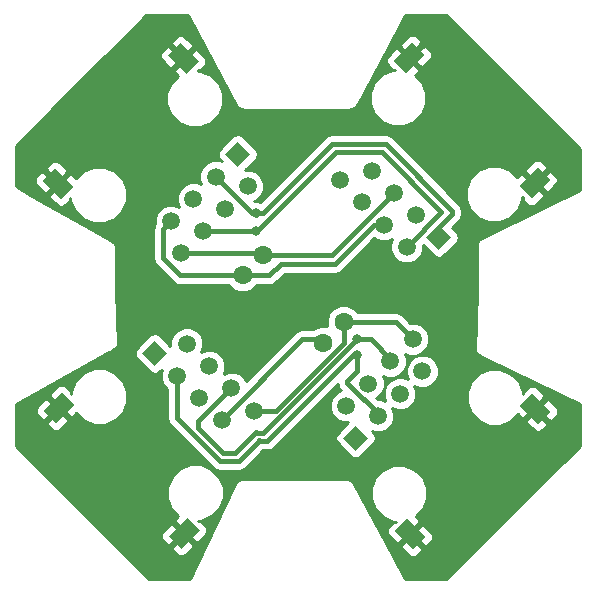
<source format=gbl>
G04 #@! TF.FileFunction,Copper,L2,Bot,Signal*
%FSLAX46Y46*%
G04 Gerber Fmt 4.6, Leading zero omitted, Abs format (unit mm)*
G04 Created by KiCad (PCBNEW 4.0.6) date 07/08/18 16:23:34*
%MOMM*%
%LPD*%
G01*
G04 APERTURE LIST*
%ADD10C,0.100000*%
%ADD11C,1.500000*%
%ADD12C,1.600000*%
%ADD13C,0.812800*%
%ADD14C,0.406400*%
%ADD15C,0.254000*%
G04 APERTURE END LIST*
D10*
G36*
X42295210Y-33715198D02*
X43355870Y-34775858D01*
X42295210Y-35836518D01*
X41234550Y-34775858D01*
X42295210Y-33715198D01*
X42295210Y-33715198D01*
G37*
D11*
X37458600Y-43148002D03*
X36638356Y-40432712D03*
X43115454Y-37491148D03*
X39339504Y-41267098D03*
X41227479Y-39379123D03*
X38533402Y-38537666D03*
X40407235Y-36663833D03*
D10*
G36*
X37437386Y-25350124D02*
X38993021Y-26905759D01*
X37932360Y-27966420D01*
X36376725Y-26410785D01*
X37437386Y-25350124D01*
X37437386Y-25350124D01*
G37*
G36*
X26830785Y-35956725D02*
X28386420Y-37512360D01*
X27325759Y-38573021D01*
X25770124Y-37017386D01*
X26830785Y-35956725D01*
X26830785Y-35956725D01*
G37*
G36*
X34195198Y-51634790D02*
X35255858Y-50574130D01*
X36316518Y-51634790D01*
X35255858Y-52695450D01*
X34195198Y-51634790D01*
X34195198Y-51634790D01*
G37*
D11*
X43628002Y-56471400D03*
X40912712Y-57291644D03*
X37971148Y-50814546D03*
X41747098Y-54590496D03*
X39859123Y-52702521D03*
X39017666Y-55396598D03*
X37143833Y-53522765D03*
D10*
G36*
X25830124Y-56492614D02*
X27385759Y-54936979D01*
X28446420Y-55997640D01*
X26890785Y-57553275D01*
X25830124Y-56492614D01*
X25830124Y-56492614D01*
G37*
G36*
X36436725Y-67099215D02*
X37992360Y-65543580D01*
X39053021Y-66604241D01*
X37497386Y-68159876D01*
X36436725Y-67099215D01*
X36436725Y-67099215D01*
G37*
G36*
X60364802Y-41815210D02*
X59304142Y-42875870D01*
X58243482Y-41815210D01*
X59304142Y-40754550D01*
X60364802Y-41815210D01*
X60364802Y-41815210D01*
G37*
D11*
X50931998Y-36978600D03*
X53647288Y-36158356D03*
X56588852Y-42635454D03*
X52812902Y-38859504D03*
X54700877Y-40747479D03*
X55542334Y-38053402D03*
X57416167Y-39927235D03*
D10*
G36*
X68729876Y-36957386D02*
X67174241Y-38513021D01*
X66113580Y-37452360D01*
X67669215Y-35896725D01*
X68729876Y-36957386D01*
X68729876Y-36957386D01*
G37*
G36*
X58123275Y-26350785D02*
X56567640Y-27906420D01*
X55506979Y-26845759D01*
X57062614Y-25290124D01*
X58123275Y-26350785D01*
X58123275Y-26350785D01*
G37*
D12*
X42690000Y-45040000D03*
X44457767Y-43272233D03*
X49500000Y-50750000D03*
X51267767Y-48982233D03*
D10*
G36*
X52264790Y-59864802D02*
X51204130Y-58804142D01*
X52264790Y-57743482D01*
X53325450Y-58804142D01*
X52264790Y-59864802D01*
X52264790Y-59864802D01*
G37*
D11*
X57101400Y-50431998D03*
X57921644Y-53147288D03*
X51444546Y-56088852D03*
X55220496Y-52312902D03*
X53332521Y-54200877D03*
X56026598Y-55042334D03*
X54152765Y-56916167D03*
D10*
G36*
X57122614Y-68229876D02*
X55566979Y-66674241D01*
X56627640Y-65613580D01*
X58183275Y-67169215D01*
X57122614Y-68229876D01*
X57122614Y-68229876D01*
G37*
G36*
X67729215Y-57623275D02*
X66173580Y-56067640D01*
X67234241Y-55006979D01*
X68789876Y-56562614D01*
X67729215Y-57623275D01*
X67729215Y-57623275D01*
G37*
D13*
X43870000Y-39790000D03*
X43870000Y-41240000D03*
X52410000Y-51780000D03*
X52410000Y-50450000D03*
D14*
X43870000Y-39790000D02*
X43870000Y-39760000D01*
X43870000Y-39760000D02*
X43870000Y-39880000D01*
X43870000Y-39880000D02*
X43870000Y-39760000D01*
X54810000Y-33920000D02*
X50270000Y-33920000D01*
X60440000Y-39550000D02*
X54810000Y-33920000D01*
X60440000Y-39840000D02*
X60440000Y-39550000D01*
X59304142Y-40975858D02*
X60440000Y-39840000D01*
X43503402Y-39760000D02*
X40407235Y-36663833D01*
X44430000Y-39760000D02*
X43870000Y-39760000D01*
X43870000Y-39760000D02*
X43503402Y-39760000D01*
X50270000Y-33920000D02*
X44430000Y-39760000D01*
X59304142Y-41815210D02*
X59304142Y-40975858D01*
X43870000Y-41240000D02*
X43870000Y-41267098D01*
X43870000Y-41267098D02*
X43922902Y-41267098D01*
X54480000Y-34620000D02*
X50570000Y-34620000D01*
X50570000Y-34620000D02*
X43922902Y-41267098D01*
X56588852Y-42611148D02*
X59520000Y-39680000D01*
X59520000Y-39660000D02*
X54480000Y-34620000D01*
X59520000Y-39680000D02*
X59520000Y-39660000D01*
X43922902Y-41267098D02*
X39339504Y-41267098D01*
X41692902Y-41267098D02*
X39339504Y-41267098D01*
X41630000Y-41270000D02*
X41632902Y-41267098D01*
X41632902Y-41267098D02*
X41692902Y-41267098D01*
X56588852Y-42635454D02*
X56588852Y-42611148D01*
X52410000Y-51780000D02*
X52410000Y-53120000D01*
X51550000Y-54133402D02*
X54302765Y-56886167D01*
X51550000Y-53980000D02*
X51550000Y-54133402D01*
X52410000Y-53120000D02*
X51550000Y-53980000D01*
X44095000Y-59015000D02*
X44785000Y-59015000D01*
X52020000Y-51780000D02*
X52410000Y-51780000D01*
X44785000Y-59015000D02*
X52020000Y-51780000D01*
X52410000Y-51780000D02*
X52410000Y-51750000D01*
X37143833Y-53522765D02*
X37143833Y-57136167D01*
X42360000Y-60750000D02*
X44095000Y-59015000D01*
X44095000Y-59015000D02*
X44100000Y-59010000D01*
X40757666Y-60750000D02*
X42360000Y-60750000D01*
X37143833Y-57136167D02*
X40757666Y-60750000D01*
X42690000Y-45040000D02*
X37410000Y-45040000D01*
X35960000Y-41111068D02*
X36638356Y-40432712D01*
X35960000Y-43590000D02*
X35960000Y-41111068D01*
X37410000Y-45040000D02*
X35960000Y-43590000D01*
X54700877Y-40747479D02*
X53802521Y-40747479D01*
X53802521Y-40747479D02*
X50510000Y-44040000D01*
X50510000Y-44040000D02*
X45930000Y-44040000D01*
X45930000Y-44040000D02*
X44930000Y-45040000D01*
X44930000Y-45040000D02*
X42690000Y-45040000D01*
X37458600Y-43148002D02*
X44333536Y-43148002D01*
X44333536Y-43148002D02*
X44457767Y-43272233D01*
X55542334Y-38053402D02*
X55496598Y-38053402D01*
X55496598Y-38053402D02*
X50277767Y-43272233D01*
X50277767Y-43272233D02*
X44457767Y-43272233D01*
X52410000Y-50450000D02*
X53537594Y-50450000D01*
X53537594Y-50450000D02*
X55370496Y-52282902D01*
X43785000Y-58395000D02*
X44465000Y-58395000D01*
X44465000Y-58395000D02*
X52410000Y-50450000D01*
X41747098Y-54592902D02*
X38960000Y-57380000D01*
X42080000Y-60100000D02*
X43785000Y-58395000D01*
X43785000Y-58395000D02*
X43850000Y-58330000D01*
X41070000Y-60100000D02*
X42080000Y-60100000D01*
X38960000Y-57990000D02*
X41070000Y-60100000D01*
X38960000Y-57380000D02*
X38960000Y-57990000D01*
X41747098Y-54590496D02*
X41747098Y-54592902D01*
X48250000Y-50440000D02*
X49190000Y-50440000D01*
X49190000Y-50440000D02*
X49500000Y-50750000D01*
X48390000Y-50440000D02*
X48250000Y-50440000D01*
X48250000Y-50440000D02*
X47764356Y-50440000D01*
X47764356Y-50440000D02*
X40912712Y-57291644D01*
X40912712Y-57291644D02*
X40912712Y-57217288D01*
X40912712Y-57291644D02*
X40912712Y-57277288D01*
X40912712Y-57291644D02*
X40912712Y-57287288D01*
X51267767Y-48982233D02*
X55651635Y-48982233D01*
X55651635Y-48982233D02*
X57101400Y-50431998D01*
X43628002Y-56471400D02*
X45526492Y-56471400D01*
X51267767Y-50730125D02*
X51267767Y-48982233D01*
X45526492Y-56471400D02*
X51267767Y-50730125D01*
X43628002Y-56471400D02*
X43838600Y-56471400D01*
D15*
G36*
X42099497Y-30595579D02*
X42168512Y-30680111D01*
X42229145Y-30770855D01*
X42258746Y-30790634D01*
X42281261Y-30818211D01*
X42377375Y-30869899D01*
X42468115Y-30930530D01*
X42503032Y-30937475D01*
X42534386Y-30954337D01*
X42642965Y-30965309D01*
X42750000Y-30986600D01*
X51750000Y-30986600D01*
X51857032Y-30965310D01*
X51965613Y-30954337D01*
X51996967Y-30937476D01*
X52031885Y-30930530D01*
X52122626Y-30869898D01*
X52218739Y-30818211D01*
X52241254Y-30790634D01*
X52270855Y-30770855D01*
X52331486Y-30680114D01*
X52400503Y-30595580D01*
X52451245Y-30500065D01*
X53475119Y-30500065D01*
X53837448Y-31376969D01*
X54507774Y-32048466D01*
X55384045Y-32412325D01*
X56332857Y-32413153D01*
X57209761Y-32050824D01*
X57881258Y-31380498D01*
X58245117Y-30504227D01*
X58245945Y-29555415D01*
X57883616Y-28678511D01*
X57289114Y-28082970D01*
X57592414Y-27779671D01*
X57592414Y-27555164D01*
X56815127Y-26777877D01*
X56800985Y-26792020D01*
X56621380Y-26612415D01*
X56635522Y-26598272D01*
X56994732Y-26598272D01*
X57772019Y-27375559D01*
X57996526Y-27375559D01*
X58482973Y-26889111D01*
X58661602Y-26710483D01*
X58758275Y-26477094D01*
X58758274Y-26224475D01*
X58661601Y-25991086D01*
X58244013Y-25573497D01*
X58019507Y-25573497D01*
X56994732Y-26598272D01*
X56635522Y-26598272D01*
X55858235Y-25820985D01*
X55633728Y-25820985D01*
X55147281Y-26307433D01*
X54968652Y-26486061D01*
X54871979Y-26719450D01*
X54871980Y-26972069D01*
X54968653Y-27205458D01*
X55386241Y-27623047D01*
X55610744Y-27623047D01*
X55591287Y-27642504D01*
X55388207Y-27642327D01*
X54511303Y-28004656D01*
X53839806Y-28674982D01*
X53475947Y-29551253D01*
X53475119Y-30500065D01*
X52451245Y-30500065D01*
X55151691Y-25416873D01*
X56037840Y-25416873D01*
X56037840Y-25641380D01*
X56815127Y-26418667D01*
X57839902Y-25393892D01*
X57839902Y-25169386D01*
X57422313Y-24751798D01*
X57188924Y-24655125D01*
X56936305Y-24655124D01*
X56702916Y-24751797D01*
X56524288Y-24930426D01*
X56037840Y-25416873D01*
X55151691Y-25416873D01*
X56442774Y-22986600D01*
X59944890Y-22986600D01*
X71263400Y-34305110D01*
X71263400Y-37788885D01*
X62928177Y-41837422D01*
X62830769Y-41911242D01*
X62729145Y-41979145D01*
X62716811Y-41997604D01*
X62699116Y-42011014D01*
X62637371Y-42116494D01*
X62569470Y-42218115D01*
X62565139Y-42239890D01*
X62553923Y-42259050D01*
X62537243Y-42380132D01*
X62513400Y-42500000D01*
X62513400Y-46303471D01*
X62373046Y-51496569D01*
X62381714Y-51546231D01*
X62409019Y-51588609D01*
X62444513Y-51614238D01*
X62698230Y-51737472D01*
X62699116Y-51738986D01*
X62716811Y-51752396D01*
X62729145Y-51770855D01*
X62830769Y-51838758D01*
X62928177Y-51912578D01*
X71263400Y-55961115D01*
X71263400Y-59444890D01*
X59944890Y-70763400D01*
X56443493Y-70763400D01*
X54916257Y-67878620D01*
X56097840Y-67878620D01*
X56097840Y-68103127D01*
X56584288Y-68589574D01*
X56762916Y-68768203D01*
X56996305Y-68864876D01*
X57248924Y-68864875D01*
X57482313Y-68768202D01*
X57899902Y-68350614D01*
X57899902Y-68126108D01*
X56875127Y-67101333D01*
X56097840Y-67878620D01*
X54916257Y-67878620D01*
X52844121Y-63964585D01*
X53535119Y-63964585D01*
X53897448Y-64841489D01*
X54567774Y-65512986D01*
X55444045Y-65876845D01*
X55650816Y-65877025D01*
X55670744Y-65896953D01*
X55446241Y-65896953D01*
X55028653Y-66314542D01*
X54931980Y-66547931D01*
X54931979Y-66800550D01*
X55028652Y-67033939D01*
X55207281Y-67212567D01*
X55693728Y-67699015D01*
X55918235Y-67699015D01*
X56695522Y-66921728D01*
X57054732Y-66921728D01*
X58079507Y-67946503D01*
X58304013Y-67946503D01*
X58721601Y-67528914D01*
X58818274Y-67295525D01*
X58818275Y-67042906D01*
X58721602Y-66809517D01*
X58542973Y-66630889D01*
X58056526Y-66144441D01*
X57832019Y-66144441D01*
X57054732Y-66921728D01*
X56695522Y-66921728D01*
X56681380Y-66907586D01*
X56860985Y-66727981D01*
X56875127Y-66742123D01*
X57652414Y-65964836D01*
X57652414Y-65740329D01*
X57348663Y-65436579D01*
X57941258Y-64845018D01*
X58305117Y-63968747D01*
X58305945Y-63019935D01*
X57943616Y-62143031D01*
X57273290Y-61471534D01*
X56397019Y-61107675D01*
X55448207Y-61106847D01*
X54571303Y-61469176D01*
X53899806Y-62139502D01*
X53535947Y-63015773D01*
X53535119Y-63964585D01*
X52844121Y-63964585D01*
X52150998Y-62655354D01*
X52081775Y-62570318D01*
X52020855Y-62479145D01*
X51991695Y-62459661D01*
X51969554Y-62432462D01*
X51873056Y-62380389D01*
X51781885Y-62319470D01*
X51747488Y-62312628D01*
X51716624Y-62295973D01*
X51607541Y-62284791D01*
X51500000Y-62263400D01*
X42750000Y-62263400D01*
X42625767Y-62288111D01*
X42500499Y-62306942D01*
X42485400Y-62316032D01*
X42468115Y-62319470D01*
X42362792Y-62389845D01*
X42254269Y-62455178D01*
X42243798Y-62469354D01*
X42229145Y-62479145D01*
X42158772Y-62584466D01*
X42083510Y-62686358D01*
X38282550Y-70763400D01*
X34805110Y-70763400D01*
X32097818Y-68056108D01*
X36720098Y-68056108D01*
X36720098Y-68280614D01*
X37137687Y-68698202D01*
X37371076Y-68794875D01*
X37623695Y-68794876D01*
X37857084Y-68698203D01*
X38035712Y-68519574D01*
X38522160Y-68033127D01*
X38522160Y-67808620D01*
X37744873Y-67031333D01*
X36720098Y-68056108D01*
X32097818Y-68056108D01*
X31014616Y-66972906D01*
X35801725Y-66972906D01*
X35801726Y-67225525D01*
X35898399Y-67458914D01*
X36315987Y-67876503D01*
X36540493Y-67876503D01*
X37565268Y-66851728D01*
X36787981Y-66074441D01*
X36563474Y-66074441D01*
X36077027Y-66560889D01*
X35898398Y-66739517D01*
X35801725Y-66972906D01*
X31014616Y-66972906D01*
X27936295Y-63894585D01*
X36314055Y-63894585D01*
X36676384Y-64771489D01*
X37270886Y-65367030D01*
X36967586Y-65670329D01*
X36967586Y-65894836D01*
X37744873Y-66672123D01*
X37759016Y-66657981D01*
X37938621Y-66837586D01*
X37924478Y-66851728D01*
X38701765Y-67629015D01*
X38926272Y-67629015D01*
X39412719Y-67142567D01*
X39591348Y-66963939D01*
X39688021Y-66730550D01*
X39688020Y-66477931D01*
X39591347Y-66244542D01*
X39173759Y-65826953D01*
X38949256Y-65826953D01*
X38968713Y-65807496D01*
X39171793Y-65807673D01*
X40048697Y-65445344D01*
X40720194Y-64775018D01*
X41084053Y-63898747D01*
X41084881Y-62949935D01*
X40722552Y-62073031D01*
X40052226Y-61401534D01*
X39175955Y-61037675D01*
X38227143Y-61036847D01*
X37350239Y-61399176D01*
X36678742Y-62069502D01*
X36314883Y-62945773D01*
X36314055Y-63894585D01*
X27936295Y-63894585D01*
X23486600Y-59444890D01*
X23486600Y-57449507D01*
X26113497Y-57449507D01*
X26113497Y-57674013D01*
X26531086Y-58091601D01*
X26764475Y-58188274D01*
X27017094Y-58188275D01*
X27250483Y-58091602D01*
X27429111Y-57912973D01*
X27915559Y-57426526D01*
X27915559Y-57202019D01*
X27138272Y-56424732D01*
X26113497Y-57449507D01*
X23486600Y-57449507D01*
X23486600Y-56366305D01*
X25195124Y-56366305D01*
X25195125Y-56618924D01*
X25291798Y-56852313D01*
X25709386Y-57269902D01*
X25933892Y-57269902D01*
X26958667Y-56245127D01*
X26181380Y-55467840D01*
X25956873Y-55467840D01*
X25470426Y-55954288D01*
X25291797Y-56132916D01*
X25195124Y-56366305D01*
X23486600Y-56366305D01*
X23486600Y-55932182D01*
X25040675Y-55063728D01*
X26360985Y-55063728D01*
X26360985Y-55288235D01*
X27138272Y-56065522D01*
X27152415Y-56051380D01*
X27332020Y-56230985D01*
X27317877Y-56245127D01*
X28095164Y-57022414D01*
X28319671Y-57022414D01*
X28623421Y-56718663D01*
X29214982Y-57311258D01*
X30091253Y-57675117D01*
X31040065Y-57675945D01*
X31916969Y-57313616D01*
X32588466Y-56643290D01*
X32952325Y-55767019D01*
X32953153Y-54818207D01*
X32590824Y-53941303D01*
X31920498Y-53269806D01*
X31044227Y-52905947D01*
X30095415Y-52905119D01*
X29218511Y-53267448D01*
X28547014Y-53937774D01*
X28183155Y-54814045D01*
X28182975Y-55020816D01*
X28163047Y-55040744D01*
X28163047Y-54816241D01*
X27745458Y-54398653D01*
X27512069Y-54301980D01*
X27259450Y-54301979D01*
X27026061Y-54398652D01*
X26847433Y-54577281D01*
X26360985Y-55063728D01*
X25040675Y-55063728D01*
X31192675Y-51625846D01*
X33547820Y-51625846D01*
X33595344Y-51878417D01*
X33737389Y-52092599D01*
X34798049Y-53153259D01*
X34995752Y-53288344D01*
X35246914Y-53342828D01*
X35499485Y-53295304D01*
X35713667Y-53153259D01*
X35857217Y-53009709D01*
X35759074Y-53246063D01*
X35758593Y-53797050D01*
X35969002Y-54306280D01*
X36305633Y-54643498D01*
X36305633Y-57136167D01*
X36369437Y-57456933D01*
X36551136Y-57728864D01*
X40164969Y-61342697D01*
X40436901Y-61524396D01*
X40757666Y-61588200D01*
X42360000Y-61588200D01*
X42680766Y-61524396D01*
X42952697Y-61342697D01*
X44442194Y-59853200D01*
X44785000Y-59853200D01*
X45105766Y-59789396D01*
X45377697Y-59607697D01*
X50735059Y-54250335D01*
X50775604Y-54454168D01*
X50957303Y-54726099D01*
X51003656Y-54772452D01*
X50661031Y-54914021D01*
X50271085Y-55303288D01*
X50059787Y-55812150D01*
X50059306Y-56363137D01*
X50269715Y-56872367D01*
X50658982Y-57262313D01*
X51167844Y-57473611D01*
X51618649Y-57474005D01*
X50746321Y-58346333D01*
X50611236Y-58544036D01*
X50556752Y-58795198D01*
X50604276Y-59047769D01*
X50746321Y-59261951D01*
X51806981Y-60322611D01*
X52004684Y-60457696D01*
X52255846Y-60512180D01*
X52508417Y-60464656D01*
X52722599Y-60322611D01*
X53783259Y-59261951D01*
X53918344Y-59064248D01*
X53972828Y-58813086D01*
X53925304Y-58560515D01*
X53783259Y-58346333D01*
X53639709Y-58202783D01*
X53876063Y-58300926D01*
X54427050Y-58301407D01*
X54936280Y-58090998D01*
X55326226Y-57701731D01*
X55537524Y-57192869D01*
X55538005Y-56641882D01*
X55386992Y-56276402D01*
X55749896Y-56427093D01*
X56300883Y-56427574D01*
X56810113Y-56217165D01*
X57195091Y-55832857D01*
X61666847Y-55832857D01*
X62029176Y-56709761D01*
X62699502Y-57381258D01*
X63575773Y-57745117D01*
X64524585Y-57745945D01*
X65401489Y-57383616D01*
X65513281Y-57272019D01*
X66704441Y-57272019D01*
X66704441Y-57496526D01*
X67190889Y-57982973D01*
X67369517Y-58161602D01*
X67602906Y-58258275D01*
X67855525Y-58258274D01*
X68088914Y-58161601D01*
X68506503Y-57744013D01*
X68506503Y-57519507D01*
X67481728Y-56494732D01*
X66704441Y-57272019D01*
X65513281Y-57272019D01*
X65997030Y-56789114D01*
X66300329Y-57092414D01*
X66524836Y-57092414D01*
X67302123Y-56315127D01*
X67661333Y-56315127D01*
X68686108Y-57339902D01*
X68910614Y-57339902D01*
X69328202Y-56922313D01*
X69424875Y-56688924D01*
X69424876Y-56436305D01*
X69328203Y-56202916D01*
X69149574Y-56024288D01*
X68663127Y-55537840D01*
X68438620Y-55537840D01*
X67661333Y-56315127D01*
X67302123Y-56315127D01*
X67287981Y-56300985D01*
X67467586Y-56121380D01*
X67481728Y-56135522D01*
X68259015Y-55358235D01*
X68259015Y-55133728D01*
X67772567Y-54647281D01*
X67593939Y-54468652D01*
X67360550Y-54371979D01*
X67107931Y-54371980D01*
X66874542Y-54468653D01*
X66456953Y-54886241D01*
X66456953Y-55110744D01*
X66437496Y-55091287D01*
X66437673Y-54888207D01*
X66075344Y-54011303D01*
X65405018Y-53339806D01*
X64528747Y-52975947D01*
X63579935Y-52975119D01*
X62703031Y-53337448D01*
X62031534Y-54007774D01*
X61667675Y-54884045D01*
X61666847Y-55832857D01*
X57195091Y-55832857D01*
X57200059Y-55827898D01*
X57411357Y-55319036D01*
X57411838Y-54768049D01*
X57245852Y-54366330D01*
X57644942Y-54532047D01*
X58195929Y-54532528D01*
X58705159Y-54322119D01*
X59095105Y-53932852D01*
X59306403Y-53423990D01*
X59306884Y-52873003D01*
X59096475Y-52363773D01*
X58707208Y-51973827D01*
X58198346Y-51762529D01*
X57647359Y-51762048D01*
X57138129Y-51972457D01*
X56748183Y-52361724D01*
X56536885Y-52870586D01*
X56536404Y-53421573D01*
X56702390Y-53823292D01*
X56303300Y-53657575D01*
X55752313Y-53657094D01*
X55243083Y-53867503D01*
X54853137Y-54256770D01*
X54641839Y-54765632D01*
X54641358Y-55316619D01*
X54792371Y-55682099D01*
X54429467Y-55531408D01*
X54133141Y-55531149D01*
X54018147Y-55416155D01*
X54116036Y-55375708D01*
X54505982Y-54986441D01*
X54717280Y-54477579D01*
X54717761Y-53926592D01*
X54556766Y-53536953D01*
X54943794Y-53697661D01*
X55494781Y-53698142D01*
X56004011Y-53487733D01*
X56393957Y-53098466D01*
X56605255Y-52589604D01*
X56605736Y-52038617D01*
X56449732Y-51661057D01*
X56824698Y-51816757D01*
X57375685Y-51817238D01*
X57884915Y-51606829D01*
X58274861Y-51217562D01*
X58486159Y-50708700D01*
X58486640Y-50157713D01*
X58276231Y-49648483D01*
X57886964Y-49258537D01*
X57378102Y-49047239D01*
X56901619Y-49046823D01*
X56244332Y-48389536D01*
X55972401Y-48207837D01*
X55651635Y-48144033D01*
X52458656Y-48144033D01*
X52081690Y-47766409D01*
X51554458Y-47547483D01*
X50983580Y-47546985D01*
X50455967Y-47764990D01*
X50051943Y-48168310D01*
X49833017Y-48695542D01*
X49832519Y-49266420D01*
X49866365Y-49348334D01*
X49786691Y-49315250D01*
X49215813Y-49314752D01*
X48688200Y-49532757D01*
X48619036Y-49601800D01*
X47764356Y-49601800D01*
X47443591Y-49665604D01*
X47171659Y-49847303D01*
X43006735Y-54012227D01*
X42921929Y-53806981D01*
X42532662Y-53417035D01*
X42023800Y-53205737D01*
X41472813Y-53205256D01*
X41083174Y-53366251D01*
X41243882Y-52979223D01*
X41244363Y-52428236D01*
X41033954Y-51919006D01*
X40644687Y-51529060D01*
X40135825Y-51317762D01*
X39584838Y-51317281D01*
X39195199Y-51478276D01*
X39355907Y-51091248D01*
X39356388Y-50540261D01*
X39145979Y-50031031D01*
X38756712Y-49641085D01*
X38247850Y-49429787D01*
X37696863Y-49429306D01*
X37187633Y-49639715D01*
X36797687Y-50028982D01*
X36586389Y-50537844D01*
X36585995Y-50988649D01*
X35713667Y-50116321D01*
X35515964Y-49981236D01*
X35264802Y-49926752D01*
X35012231Y-49974276D01*
X34798049Y-50116321D01*
X33737389Y-51176981D01*
X33602304Y-51374684D01*
X33547820Y-51625846D01*
X31192675Y-51625846D01*
X31609329Y-51393010D01*
X31686517Y-51327208D01*
X31770855Y-51270855D01*
X31772906Y-51267786D01*
X32060591Y-51111614D01*
X32099241Y-51079248D01*
X32122254Y-51034394D01*
X32126945Y-50996266D01*
X31986600Y-46224536D01*
X31986600Y-42750000D01*
X31966812Y-42650519D01*
X31958761Y-42549407D01*
X31939005Y-42510721D01*
X31930530Y-42468115D01*
X31874179Y-42383780D01*
X31828047Y-42293445D01*
X31794988Y-42265263D01*
X31770855Y-42229145D01*
X31686517Y-42172792D01*
X31609329Y-42106990D01*
X29827153Y-41111068D01*
X35121800Y-41111068D01*
X35121800Y-43590000D01*
X35185604Y-43910766D01*
X35367303Y-44182697D01*
X36817303Y-45632697D01*
X37089235Y-45814396D01*
X37410000Y-45878200D01*
X41499111Y-45878200D01*
X41876077Y-46255824D01*
X42403309Y-46474750D01*
X42974187Y-46475248D01*
X43501800Y-46257243D01*
X43881505Y-45878200D01*
X44930000Y-45878200D01*
X45250766Y-45814396D01*
X45522697Y-45632697D01*
X46277194Y-44878200D01*
X50510000Y-44878200D01*
X50830766Y-44814396D01*
X51102697Y-44632697D01*
X53864927Y-41870467D01*
X53915313Y-41920940D01*
X54424175Y-42132238D01*
X54975162Y-42132719D01*
X55364801Y-41971724D01*
X55204093Y-42358752D01*
X55203612Y-42909739D01*
X55414021Y-43418969D01*
X55803288Y-43808915D01*
X56312150Y-44020213D01*
X56863137Y-44020694D01*
X57372367Y-43810285D01*
X57762313Y-43421018D01*
X57973611Y-42912156D01*
X57974005Y-42461351D01*
X58846333Y-43333679D01*
X59044036Y-43468764D01*
X59295198Y-43523248D01*
X59547769Y-43475724D01*
X59761951Y-43333679D01*
X60822611Y-42273019D01*
X60957696Y-42075316D01*
X61012180Y-41824154D01*
X60964656Y-41571583D01*
X60822611Y-41357401D01*
X60465302Y-41000092D01*
X61032697Y-40432697D01*
X61214396Y-40160765D01*
X61278200Y-39840000D01*
X61278200Y-39550000D01*
X61214396Y-39229235D01*
X61214396Y-39229234D01*
X61032697Y-38957303D01*
X60707187Y-38631793D01*
X61606847Y-38631793D01*
X61969176Y-39508697D01*
X62639502Y-40180194D01*
X63515773Y-40544053D01*
X64464585Y-40544881D01*
X65341489Y-40182552D01*
X66012986Y-39512226D01*
X66376845Y-38635955D01*
X66377025Y-38429184D01*
X66396953Y-38409256D01*
X66396953Y-38633759D01*
X66814542Y-39051347D01*
X67047931Y-39148020D01*
X67300550Y-39148021D01*
X67533939Y-39051348D01*
X67712567Y-38872719D01*
X68199015Y-38386272D01*
X68199015Y-38161765D01*
X67421728Y-37384478D01*
X67407586Y-37398621D01*
X67227981Y-37219016D01*
X67242123Y-37204873D01*
X67601333Y-37204873D01*
X68378620Y-37982160D01*
X68603127Y-37982160D01*
X69089574Y-37495712D01*
X69268203Y-37317084D01*
X69364876Y-37083695D01*
X69364875Y-36831076D01*
X69268202Y-36597687D01*
X68850614Y-36180098D01*
X68626108Y-36180098D01*
X67601333Y-37204873D01*
X67242123Y-37204873D01*
X66464836Y-36427586D01*
X66240329Y-36427586D01*
X65936579Y-36731337D01*
X65345018Y-36138742D01*
X65067422Y-36023474D01*
X66644441Y-36023474D01*
X66644441Y-36247981D01*
X67421728Y-37025268D01*
X68446503Y-36000493D01*
X68446503Y-35775987D01*
X68028914Y-35358399D01*
X67795525Y-35261726D01*
X67542906Y-35261725D01*
X67309517Y-35358398D01*
X67130889Y-35537027D01*
X66644441Y-36023474D01*
X65067422Y-36023474D01*
X64468747Y-35774883D01*
X63519935Y-35774055D01*
X62643031Y-36136384D01*
X61971534Y-36806710D01*
X61607675Y-37682981D01*
X61606847Y-38631793D01*
X60707187Y-38631793D01*
X55402697Y-33327303D01*
X55130766Y-33145604D01*
X54810000Y-33081800D01*
X50270000Y-33081800D01*
X49949234Y-33145604D01*
X49677303Y-33327303D01*
X44203667Y-38800939D01*
X44078056Y-38748781D01*
X43699371Y-38748451D01*
X43898969Y-38665979D01*
X44288915Y-38276712D01*
X44500213Y-37767850D01*
X44500694Y-37216863D01*
X44290285Y-36707633D01*
X43901018Y-36317687D01*
X43392156Y-36106389D01*
X42941351Y-36105995D01*
X43813679Y-35233667D01*
X43948764Y-35035964D01*
X44003248Y-34784802D01*
X43955724Y-34532231D01*
X43813679Y-34318049D01*
X42753019Y-33257389D01*
X42555316Y-33122304D01*
X42304154Y-33067820D01*
X42051583Y-33115344D01*
X41837401Y-33257389D01*
X40776741Y-34318049D01*
X40641656Y-34515752D01*
X40587172Y-34766914D01*
X40634696Y-35019485D01*
X40776741Y-35233667D01*
X40920291Y-35377217D01*
X40683937Y-35279074D01*
X40132950Y-35278593D01*
X39623720Y-35489002D01*
X39233774Y-35878269D01*
X39022476Y-36387131D01*
X39021995Y-36938118D01*
X39173008Y-37303598D01*
X38810104Y-37152907D01*
X38259117Y-37152426D01*
X37749887Y-37362835D01*
X37359941Y-37752102D01*
X37148643Y-38260964D01*
X37148162Y-38811951D01*
X37314148Y-39213670D01*
X36915058Y-39047953D01*
X36364071Y-39047472D01*
X35854841Y-39257881D01*
X35464895Y-39647148D01*
X35253597Y-40156010D01*
X35253132Y-40689240D01*
X35185604Y-40790302D01*
X35159958Y-40919235D01*
X35121800Y-41111068D01*
X29827153Y-41111068D01*
X26070100Y-39011539D01*
X24727485Y-38221765D01*
X26300985Y-38221765D01*
X26300985Y-38446272D01*
X26787433Y-38932719D01*
X26966061Y-39111348D01*
X27199450Y-39208021D01*
X27452069Y-39208020D01*
X27685458Y-39111347D01*
X28103047Y-38693759D01*
X28103047Y-38469256D01*
X28122504Y-38488713D01*
X28122327Y-38691793D01*
X28484656Y-39568697D01*
X29154982Y-40240194D01*
X30031253Y-40604053D01*
X30980065Y-40604881D01*
X31856969Y-40242552D01*
X32528466Y-39572226D01*
X32892325Y-38695955D01*
X32893153Y-37747143D01*
X32530824Y-36870239D01*
X31860498Y-36198742D01*
X30984227Y-35834883D01*
X30035415Y-35834055D01*
X29158511Y-36196384D01*
X28562970Y-36790886D01*
X28259671Y-36487586D01*
X28035164Y-36487586D01*
X27257877Y-37264873D01*
X27272020Y-37279016D01*
X27092415Y-37458621D01*
X27078272Y-37444478D01*
X26300985Y-38221765D01*
X24727485Y-38221765D01*
X23486600Y-37491833D01*
X23486600Y-37143695D01*
X25135124Y-37143695D01*
X25231797Y-37377084D01*
X25410426Y-37555712D01*
X25896873Y-38042160D01*
X26121380Y-38042160D01*
X26898667Y-37264873D01*
X25873892Y-36240098D01*
X25649386Y-36240098D01*
X25231798Y-36657687D01*
X25135125Y-36891076D01*
X25135124Y-37143695D01*
X23486600Y-37143695D01*
X23486600Y-35835987D01*
X26053497Y-35835987D01*
X26053497Y-36060493D01*
X27078272Y-37085268D01*
X27855559Y-36307981D01*
X27855559Y-36083474D01*
X27369111Y-35597027D01*
X27190483Y-35418398D01*
X26957094Y-35321725D01*
X26704475Y-35321726D01*
X26471086Y-35418399D01*
X26053497Y-35835987D01*
X23486600Y-35835987D01*
X23486600Y-34055110D01*
X26981645Y-30560065D01*
X36254055Y-30560065D01*
X36616384Y-31436969D01*
X37286710Y-32108466D01*
X38162981Y-32472325D01*
X39111793Y-32473153D01*
X39988697Y-32110824D01*
X40660194Y-31440498D01*
X41024053Y-30564227D01*
X41024881Y-29615415D01*
X40662552Y-28738511D01*
X39992226Y-28067014D01*
X39115955Y-27703155D01*
X38909184Y-27702975D01*
X38889256Y-27683047D01*
X39113759Y-27683047D01*
X39531347Y-27265458D01*
X39628020Y-27032069D01*
X39628021Y-26779450D01*
X39531348Y-26546061D01*
X39352719Y-26367433D01*
X38866272Y-25880985D01*
X38641765Y-25880985D01*
X37864478Y-26658272D01*
X37878621Y-26672415D01*
X37699016Y-26852020D01*
X37684873Y-26837877D01*
X36907586Y-27615164D01*
X36907586Y-27839671D01*
X37211337Y-28143421D01*
X36618742Y-28734982D01*
X36254883Y-29611253D01*
X36254055Y-30560065D01*
X26981645Y-30560065D01*
X31004616Y-26537094D01*
X35741725Y-26537094D01*
X35838398Y-26770483D01*
X36017027Y-26949111D01*
X36503474Y-27435559D01*
X36727981Y-27435559D01*
X37505268Y-26658272D01*
X36480493Y-25633497D01*
X36255987Y-25633497D01*
X35838399Y-26051086D01*
X35741726Y-26284475D01*
X35741725Y-26537094D01*
X31004616Y-26537094D01*
X32312324Y-25229386D01*
X36660098Y-25229386D01*
X36660098Y-25453892D01*
X37684873Y-26478667D01*
X38462160Y-25701380D01*
X38462160Y-25476873D01*
X37975712Y-24990426D01*
X37797084Y-24811797D01*
X37563695Y-24715124D01*
X37311076Y-24715125D01*
X37077687Y-24811798D01*
X36660098Y-25229386D01*
X32312324Y-25229386D01*
X34555110Y-22986600D01*
X38057226Y-22986600D01*
X42099497Y-30595579D01*
X42099497Y-30595579D01*
G37*
X42099497Y-30595579D02*
X42168512Y-30680111D01*
X42229145Y-30770855D01*
X42258746Y-30790634D01*
X42281261Y-30818211D01*
X42377375Y-30869899D01*
X42468115Y-30930530D01*
X42503032Y-30937475D01*
X42534386Y-30954337D01*
X42642965Y-30965309D01*
X42750000Y-30986600D01*
X51750000Y-30986600D01*
X51857032Y-30965310D01*
X51965613Y-30954337D01*
X51996967Y-30937476D01*
X52031885Y-30930530D01*
X52122626Y-30869898D01*
X52218739Y-30818211D01*
X52241254Y-30790634D01*
X52270855Y-30770855D01*
X52331486Y-30680114D01*
X52400503Y-30595580D01*
X52451245Y-30500065D01*
X53475119Y-30500065D01*
X53837448Y-31376969D01*
X54507774Y-32048466D01*
X55384045Y-32412325D01*
X56332857Y-32413153D01*
X57209761Y-32050824D01*
X57881258Y-31380498D01*
X58245117Y-30504227D01*
X58245945Y-29555415D01*
X57883616Y-28678511D01*
X57289114Y-28082970D01*
X57592414Y-27779671D01*
X57592414Y-27555164D01*
X56815127Y-26777877D01*
X56800985Y-26792020D01*
X56621380Y-26612415D01*
X56635522Y-26598272D01*
X56994732Y-26598272D01*
X57772019Y-27375559D01*
X57996526Y-27375559D01*
X58482973Y-26889111D01*
X58661602Y-26710483D01*
X58758275Y-26477094D01*
X58758274Y-26224475D01*
X58661601Y-25991086D01*
X58244013Y-25573497D01*
X58019507Y-25573497D01*
X56994732Y-26598272D01*
X56635522Y-26598272D01*
X55858235Y-25820985D01*
X55633728Y-25820985D01*
X55147281Y-26307433D01*
X54968652Y-26486061D01*
X54871979Y-26719450D01*
X54871980Y-26972069D01*
X54968653Y-27205458D01*
X55386241Y-27623047D01*
X55610744Y-27623047D01*
X55591287Y-27642504D01*
X55388207Y-27642327D01*
X54511303Y-28004656D01*
X53839806Y-28674982D01*
X53475947Y-29551253D01*
X53475119Y-30500065D01*
X52451245Y-30500065D01*
X55151691Y-25416873D01*
X56037840Y-25416873D01*
X56037840Y-25641380D01*
X56815127Y-26418667D01*
X57839902Y-25393892D01*
X57839902Y-25169386D01*
X57422313Y-24751798D01*
X57188924Y-24655125D01*
X56936305Y-24655124D01*
X56702916Y-24751797D01*
X56524288Y-24930426D01*
X56037840Y-25416873D01*
X55151691Y-25416873D01*
X56442774Y-22986600D01*
X59944890Y-22986600D01*
X71263400Y-34305110D01*
X71263400Y-37788885D01*
X62928177Y-41837422D01*
X62830769Y-41911242D01*
X62729145Y-41979145D01*
X62716811Y-41997604D01*
X62699116Y-42011014D01*
X62637371Y-42116494D01*
X62569470Y-42218115D01*
X62565139Y-42239890D01*
X62553923Y-42259050D01*
X62537243Y-42380132D01*
X62513400Y-42500000D01*
X62513400Y-46303471D01*
X62373046Y-51496569D01*
X62381714Y-51546231D01*
X62409019Y-51588609D01*
X62444513Y-51614238D01*
X62698230Y-51737472D01*
X62699116Y-51738986D01*
X62716811Y-51752396D01*
X62729145Y-51770855D01*
X62830769Y-51838758D01*
X62928177Y-51912578D01*
X71263400Y-55961115D01*
X71263400Y-59444890D01*
X59944890Y-70763400D01*
X56443493Y-70763400D01*
X54916257Y-67878620D01*
X56097840Y-67878620D01*
X56097840Y-68103127D01*
X56584288Y-68589574D01*
X56762916Y-68768203D01*
X56996305Y-68864876D01*
X57248924Y-68864875D01*
X57482313Y-68768202D01*
X57899902Y-68350614D01*
X57899902Y-68126108D01*
X56875127Y-67101333D01*
X56097840Y-67878620D01*
X54916257Y-67878620D01*
X52844121Y-63964585D01*
X53535119Y-63964585D01*
X53897448Y-64841489D01*
X54567774Y-65512986D01*
X55444045Y-65876845D01*
X55650816Y-65877025D01*
X55670744Y-65896953D01*
X55446241Y-65896953D01*
X55028653Y-66314542D01*
X54931980Y-66547931D01*
X54931979Y-66800550D01*
X55028652Y-67033939D01*
X55207281Y-67212567D01*
X55693728Y-67699015D01*
X55918235Y-67699015D01*
X56695522Y-66921728D01*
X57054732Y-66921728D01*
X58079507Y-67946503D01*
X58304013Y-67946503D01*
X58721601Y-67528914D01*
X58818274Y-67295525D01*
X58818275Y-67042906D01*
X58721602Y-66809517D01*
X58542973Y-66630889D01*
X58056526Y-66144441D01*
X57832019Y-66144441D01*
X57054732Y-66921728D01*
X56695522Y-66921728D01*
X56681380Y-66907586D01*
X56860985Y-66727981D01*
X56875127Y-66742123D01*
X57652414Y-65964836D01*
X57652414Y-65740329D01*
X57348663Y-65436579D01*
X57941258Y-64845018D01*
X58305117Y-63968747D01*
X58305945Y-63019935D01*
X57943616Y-62143031D01*
X57273290Y-61471534D01*
X56397019Y-61107675D01*
X55448207Y-61106847D01*
X54571303Y-61469176D01*
X53899806Y-62139502D01*
X53535947Y-63015773D01*
X53535119Y-63964585D01*
X52844121Y-63964585D01*
X52150998Y-62655354D01*
X52081775Y-62570318D01*
X52020855Y-62479145D01*
X51991695Y-62459661D01*
X51969554Y-62432462D01*
X51873056Y-62380389D01*
X51781885Y-62319470D01*
X51747488Y-62312628D01*
X51716624Y-62295973D01*
X51607541Y-62284791D01*
X51500000Y-62263400D01*
X42750000Y-62263400D01*
X42625767Y-62288111D01*
X42500499Y-62306942D01*
X42485400Y-62316032D01*
X42468115Y-62319470D01*
X42362792Y-62389845D01*
X42254269Y-62455178D01*
X42243798Y-62469354D01*
X42229145Y-62479145D01*
X42158772Y-62584466D01*
X42083510Y-62686358D01*
X38282550Y-70763400D01*
X34805110Y-70763400D01*
X32097818Y-68056108D01*
X36720098Y-68056108D01*
X36720098Y-68280614D01*
X37137687Y-68698202D01*
X37371076Y-68794875D01*
X37623695Y-68794876D01*
X37857084Y-68698203D01*
X38035712Y-68519574D01*
X38522160Y-68033127D01*
X38522160Y-67808620D01*
X37744873Y-67031333D01*
X36720098Y-68056108D01*
X32097818Y-68056108D01*
X31014616Y-66972906D01*
X35801725Y-66972906D01*
X35801726Y-67225525D01*
X35898399Y-67458914D01*
X36315987Y-67876503D01*
X36540493Y-67876503D01*
X37565268Y-66851728D01*
X36787981Y-66074441D01*
X36563474Y-66074441D01*
X36077027Y-66560889D01*
X35898398Y-66739517D01*
X35801725Y-66972906D01*
X31014616Y-66972906D01*
X27936295Y-63894585D01*
X36314055Y-63894585D01*
X36676384Y-64771489D01*
X37270886Y-65367030D01*
X36967586Y-65670329D01*
X36967586Y-65894836D01*
X37744873Y-66672123D01*
X37759016Y-66657981D01*
X37938621Y-66837586D01*
X37924478Y-66851728D01*
X38701765Y-67629015D01*
X38926272Y-67629015D01*
X39412719Y-67142567D01*
X39591348Y-66963939D01*
X39688021Y-66730550D01*
X39688020Y-66477931D01*
X39591347Y-66244542D01*
X39173759Y-65826953D01*
X38949256Y-65826953D01*
X38968713Y-65807496D01*
X39171793Y-65807673D01*
X40048697Y-65445344D01*
X40720194Y-64775018D01*
X41084053Y-63898747D01*
X41084881Y-62949935D01*
X40722552Y-62073031D01*
X40052226Y-61401534D01*
X39175955Y-61037675D01*
X38227143Y-61036847D01*
X37350239Y-61399176D01*
X36678742Y-62069502D01*
X36314883Y-62945773D01*
X36314055Y-63894585D01*
X27936295Y-63894585D01*
X23486600Y-59444890D01*
X23486600Y-57449507D01*
X26113497Y-57449507D01*
X26113497Y-57674013D01*
X26531086Y-58091601D01*
X26764475Y-58188274D01*
X27017094Y-58188275D01*
X27250483Y-58091602D01*
X27429111Y-57912973D01*
X27915559Y-57426526D01*
X27915559Y-57202019D01*
X27138272Y-56424732D01*
X26113497Y-57449507D01*
X23486600Y-57449507D01*
X23486600Y-56366305D01*
X25195124Y-56366305D01*
X25195125Y-56618924D01*
X25291798Y-56852313D01*
X25709386Y-57269902D01*
X25933892Y-57269902D01*
X26958667Y-56245127D01*
X26181380Y-55467840D01*
X25956873Y-55467840D01*
X25470426Y-55954288D01*
X25291797Y-56132916D01*
X25195124Y-56366305D01*
X23486600Y-56366305D01*
X23486600Y-55932182D01*
X25040675Y-55063728D01*
X26360985Y-55063728D01*
X26360985Y-55288235D01*
X27138272Y-56065522D01*
X27152415Y-56051380D01*
X27332020Y-56230985D01*
X27317877Y-56245127D01*
X28095164Y-57022414D01*
X28319671Y-57022414D01*
X28623421Y-56718663D01*
X29214982Y-57311258D01*
X30091253Y-57675117D01*
X31040065Y-57675945D01*
X31916969Y-57313616D01*
X32588466Y-56643290D01*
X32952325Y-55767019D01*
X32953153Y-54818207D01*
X32590824Y-53941303D01*
X31920498Y-53269806D01*
X31044227Y-52905947D01*
X30095415Y-52905119D01*
X29218511Y-53267448D01*
X28547014Y-53937774D01*
X28183155Y-54814045D01*
X28182975Y-55020816D01*
X28163047Y-55040744D01*
X28163047Y-54816241D01*
X27745458Y-54398653D01*
X27512069Y-54301980D01*
X27259450Y-54301979D01*
X27026061Y-54398652D01*
X26847433Y-54577281D01*
X26360985Y-55063728D01*
X25040675Y-55063728D01*
X31192675Y-51625846D01*
X33547820Y-51625846D01*
X33595344Y-51878417D01*
X33737389Y-52092599D01*
X34798049Y-53153259D01*
X34995752Y-53288344D01*
X35246914Y-53342828D01*
X35499485Y-53295304D01*
X35713667Y-53153259D01*
X35857217Y-53009709D01*
X35759074Y-53246063D01*
X35758593Y-53797050D01*
X35969002Y-54306280D01*
X36305633Y-54643498D01*
X36305633Y-57136167D01*
X36369437Y-57456933D01*
X36551136Y-57728864D01*
X40164969Y-61342697D01*
X40436901Y-61524396D01*
X40757666Y-61588200D01*
X42360000Y-61588200D01*
X42680766Y-61524396D01*
X42952697Y-61342697D01*
X44442194Y-59853200D01*
X44785000Y-59853200D01*
X45105766Y-59789396D01*
X45377697Y-59607697D01*
X50735059Y-54250335D01*
X50775604Y-54454168D01*
X50957303Y-54726099D01*
X51003656Y-54772452D01*
X50661031Y-54914021D01*
X50271085Y-55303288D01*
X50059787Y-55812150D01*
X50059306Y-56363137D01*
X50269715Y-56872367D01*
X50658982Y-57262313D01*
X51167844Y-57473611D01*
X51618649Y-57474005D01*
X50746321Y-58346333D01*
X50611236Y-58544036D01*
X50556752Y-58795198D01*
X50604276Y-59047769D01*
X50746321Y-59261951D01*
X51806981Y-60322611D01*
X52004684Y-60457696D01*
X52255846Y-60512180D01*
X52508417Y-60464656D01*
X52722599Y-60322611D01*
X53783259Y-59261951D01*
X53918344Y-59064248D01*
X53972828Y-58813086D01*
X53925304Y-58560515D01*
X53783259Y-58346333D01*
X53639709Y-58202783D01*
X53876063Y-58300926D01*
X54427050Y-58301407D01*
X54936280Y-58090998D01*
X55326226Y-57701731D01*
X55537524Y-57192869D01*
X55538005Y-56641882D01*
X55386992Y-56276402D01*
X55749896Y-56427093D01*
X56300883Y-56427574D01*
X56810113Y-56217165D01*
X57195091Y-55832857D01*
X61666847Y-55832857D01*
X62029176Y-56709761D01*
X62699502Y-57381258D01*
X63575773Y-57745117D01*
X64524585Y-57745945D01*
X65401489Y-57383616D01*
X65513281Y-57272019D01*
X66704441Y-57272019D01*
X66704441Y-57496526D01*
X67190889Y-57982973D01*
X67369517Y-58161602D01*
X67602906Y-58258275D01*
X67855525Y-58258274D01*
X68088914Y-58161601D01*
X68506503Y-57744013D01*
X68506503Y-57519507D01*
X67481728Y-56494732D01*
X66704441Y-57272019D01*
X65513281Y-57272019D01*
X65997030Y-56789114D01*
X66300329Y-57092414D01*
X66524836Y-57092414D01*
X67302123Y-56315127D01*
X67661333Y-56315127D01*
X68686108Y-57339902D01*
X68910614Y-57339902D01*
X69328202Y-56922313D01*
X69424875Y-56688924D01*
X69424876Y-56436305D01*
X69328203Y-56202916D01*
X69149574Y-56024288D01*
X68663127Y-55537840D01*
X68438620Y-55537840D01*
X67661333Y-56315127D01*
X67302123Y-56315127D01*
X67287981Y-56300985D01*
X67467586Y-56121380D01*
X67481728Y-56135522D01*
X68259015Y-55358235D01*
X68259015Y-55133728D01*
X67772567Y-54647281D01*
X67593939Y-54468652D01*
X67360550Y-54371979D01*
X67107931Y-54371980D01*
X66874542Y-54468653D01*
X66456953Y-54886241D01*
X66456953Y-55110744D01*
X66437496Y-55091287D01*
X66437673Y-54888207D01*
X66075344Y-54011303D01*
X65405018Y-53339806D01*
X64528747Y-52975947D01*
X63579935Y-52975119D01*
X62703031Y-53337448D01*
X62031534Y-54007774D01*
X61667675Y-54884045D01*
X61666847Y-55832857D01*
X57195091Y-55832857D01*
X57200059Y-55827898D01*
X57411357Y-55319036D01*
X57411838Y-54768049D01*
X57245852Y-54366330D01*
X57644942Y-54532047D01*
X58195929Y-54532528D01*
X58705159Y-54322119D01*
X59095105Y-53932852D01*
X59306403Y-53423990D01*
X59306884Y-52873003D01*
X59096475Y-52363773D01*
X58707208Y-51973827D01*
X58198346Y-51762529D01*
X57647359Y-51762048D01*
X57138129Y-51972457D01*
X56748183Y-52361724D01*
X56536885Y-52870586D01*
X56536404Y-53421573D01*
X56702390Y-53823292D01*
X56303300Y-53657575D01*
X55752313Y-53657094D01*
X55243083Y-53867503D01*
X54853137Y-54256770D01*
X54641839Y-54765632D01*
X54641358Y-55316619D01*
X54792371Y-55682099D01*
X54429467Y-55531408D01*
X54133141Y-55531149D01*
X54018147Y-55416155D01*
X54116036Y-55375708D01*
X54505982Y-54986441D01*
X54717280Y-54477579D01*
X54717761Y-53926592D01*
X54556766Y-53536953D01*
X54943794Y-53697661D01*
X55494781Y-53698142D01*
X56004011Y-53487733D01*
X56393957Y-53098466D01*
X56605255Y-52589604D01*
X56605736Y-52038617D01*
X56449732Y-51661057D01*
X56824698Y-51816757D01*
X57375685Y-51817238D01*
X57884915Y-51606829D01*
X58274861Y-51217562D01*
X58486159Y-50708700D01*
X58486640Y-50157713D01*
X58276231Y-49648483D01*
X57886964Y-49258537D01*
X57378102Y-49047239D01*
X56901619Y-49046823D01*
X56244332Y-48389536D01*
X55972401Y-48207837D01*
X55651635Y-48144033D01*
X52458656Y-48144033D01*
X52081690Y-47766409D01*
X51554458Y-47547483D01*
X50983580Y-47546985D01*
X50455967Y-47764990D01*
X50051943Y-48168310D01*
X49833017Y-48695542D01*
X49832519Y-49266420D01*
X49866365Y-49348334D01*
X49786691Y-49315250D01*
X49215813Y-49314752D01*
X48688200Y-49532757D01*
X48619036Y-49601800D01*
X47764356Y-49601800D01*
X47443591Y-49665604D01*
X47171659Y-49847303D01*
X43006735Y-54012227D01*
X42921929Y-53806981D01*
X42532662Y-53417035D01*
X42023800Y-53205737D01*
X41472813Y-53205256D01*
X41083174Y-53366251D01*
X41243882Y-52979223D01*
X41244363Y-52428236D01*
X41033954Y-51919006D01*
X40644687Y-51529060D01*
X40135825Y-51317762D01*
X39584838Y-51317281D01*
X39195199Y-51478276D01*
X39355907Y-51091248D01*
X39356388Y-50540261D01*
X39145979Y-50031031D01*
X38756712Y-49641085D01*
X38247850Y-49429787D01*
X37696863Y-49429306D01*
X37187633Y-49639715D01*
X36797687Y-50028982D01*
X36586389Y-50537844D01*
X36585995Y-50988649D01*
X35713667Y-50116321D01*
X35515964Y-49981236D01*
X35264802Y-49926752D01*
X35012231Y-49974276D01*
X34798049Y-50116321D01*
X33737389Y-51176981D01*
X33602304Y-51374684D01*
X33547820Y-51625846D01*
X31192675Y-51625846D01*
X31609329Y-51393010D01*
X31686517Y-51327208D01*
X31770855Y-51270855D01*
X31772906Y-51267786D01*
X32060591Y-51111614D01*
X32099241Y-51079248D01*
X32122254Y-51034394D01*
X32126945Y-50996266D01*
X31986600Y-46224536D01*
X31986600Y-42750000D01*
X31966812Y-42650519D01*
X31958761Y-42549407D01*
X31939005Y-42510721D01*
X31930530Y-42468115D01*
X31874179Y-42383780D01*
X31828047Y-42293445D01*
X31794988Y-42265263D01*
X31770855Y-42229145D01*
X31686517Y-42172792D01*
X31609329Y-42106990D01*
X29827153Y-41111068D01*
X35121800Y-41111068D01*
X35121800Y-43590000D01*
X35185604Y-43910766D01*
X35367303Y-44182697D01*
X36817303Y-45632697D01*
X37089235Y-45814396D01*
X37410000Y-45878200D01*
X41499111Y-45878200D01*
X41876077Y-46255824D01*
X42403309Y-46474750D01*
X42974187Y-46475248D01*
X43501800Y-46257243D01*
X43881505Y-45878200D01*
X44930000Y-45878200D01*
X45250766Y-45814396D01*
X45522697Y-45632697D01*
X46277194Y-44878200D01*
X50510000Y-44878200D01*
X50830766Y-44814396D01*
X51102697Y-44632697D01*
X53864927Y-41870467D01*
X53915313Y-41920940D01*
X54424175Y-42132238D01*
X54975162Y-42132719D01*
X55364801Y-41971724D01*
X55204093Y-42358752D01*
X55203612Y-42909739D01*
X55414021Y-43418969D01*
X55803288Y-43808915D01*
X56312150Y-44020213D01*
X56863137Y-44020694D01*
X57372367Y-43810285D01*
X57762313Y-43421018D01*
X57973611Y-42912156D01*
X57974005Y-42461351D01*
X58846333Y-43333679D01*
X59044036Y-43468764D01*
X59295198Y-43523248D01*
X59547769Y-43475724D01*
X59761951Y-43333679D01*
X60822611Y-42273019D01*
X60957696Y-42075316D01*
X61012180Y-41824154D01*
X60964656Y-41571583D01*
X60822611Y-41357401D01*
X60465302Y-41000092D01*
X61032697Y-40432697D01*
X61214396Y-40160765D01*
X61278200Y-39840000D01*
X61278200Y-39550000D01*
X61214396Y-39229235D01*
X61214396Y-39229234D01*
X61032697Y-38957303D01*
X60707187Y-38631793D01*
X61606847Y-38631793D01*
X61969176Y-39508697D01*
X62639502Y-40180194D01*
X63515773Y-40544053D01*
X64464585Y-40544881D01*
X65341489Y-40182552D01*
X66012986Y-39512226D01*
X66376845Y-38635955D01*
X66377025Y-38429184D01*
X66396953Y-38409256D01*
X66396953Y-38633759D01*
X66814542Y-39051347D01*
X67047931Y-39148020D01*
X67300550Y-39148021D01*
X67533939Y-39051348D01*
X67712567Y-38872719D01*
X68199015Y-38386272D01*
X68199015Y-38161765D01*
X67421728Y-37384478D01*
X67407586Y-37398621D01*
X67227981Y-37219016D01*
X67242123Y-37204873D01*
X67601333Y-37204873D01*
X68378620Y-37982160D01*
X68603127Y-37982160D01*
X69089574Y-37495712D01*
X69268203Y-37317084D01*
X69364876Y-37083695D01*
X69364875Y-36831076D01*
X69268202Y-36597687D01*
X68850614Y-36180098D01*
X68626108Y-36180098D01*
X67601333Y-37204873D01*
X67242123Y-37204873D01*
X66464836Y-36427586D01*
X66240329Y-36427586D01*
X65936579Y-36731337D01*
X65345018Y-36138742D01*
X65067422Y-36023474D01*
X66644441Y-36023474D01*
X66644441Y-36247981D01*
X67421728Y-37025268D01*
X68446503Y-36000493D01*
X68446503Y-35775987D01*
X68028914Y-35358399D01*
X67795525Y-35261726D01*
X67542906Y-35261725D01*
X67309517Y-35358398D01*
X67130889Y-35537027D01*
X66644441Y-36023474D01*
X65067422Y-36023474D01*
X64468747Y-35774883D01*
X63519935Y-35774055D01*
X62643031Y-36136384D01*
X61971534Y-36806710D01*
X61607675Y-37682981D01*
X61606847Y-38631793D01*
X60707187Y-38631793D01*
X55402697Y-33327303D01*
X55130766Y-33145604D01*
X54810000Y-33081800D01*
X50270000Y-33081800D01*
X49949234Y-33145604D01*
X49677303Y-33327303D01*
X44203667Y-38800939D01*
X44078056Y-38748781D01*
X43699371Y-38748451D01*
X43898969Y-38665979D01*
X44288915Y-38276712D01*
X44500213Y-37767850D01*
X44500694Y-37216863D01*
X44290285Y-36707633D01*
X43901018Y-36317687D01*
X43392156Y-36106389D01*
X42941351Y-36105995D01*
X43813679Y-35233667D01*
X43948764Y-35035964D01*
X44003248Y-34784802D01*
X43955724Y-34532231D01*
X43813679Y-34318049D01*
X42753019Y-33257389D01*
X42555316Y-33122304D01*
X42304154Y-33067820D01*
X42051583Y-33115344D01*
X41837401Y-33257389D01*
X40776741Y-34318049D01*
X40641656Y-34515752D01*
X40587172Y-34766914D01*
X40634696Y-35019485D01*
X40776741Y-35233667D01*
X40920291Y-35377217D01*
X40683937Y-35279074D01*
X40132950Y-35278593D01*
X39623720Y-35489002D01*
X39233774Y-35878269D01*
X39022476Y-36387131D01*
X39021995Y-36938118D01*
X39173008Y-37303598D01*
X38810104Y-37152907D01*
X38259117Y-37152426D01*
X37749887Y-37362835D01*
X37359941Y-37752102D01*
X37148643Y-38260964D01*
X37148162Y-38811951D01*
X37314148Y-39213670D01*
X36915058Y-39047953D01*
X36364071Y-39047472D01*
X35854841Y-39257881D01*
X35464895Y-39647148D01*
X35253597Y-40156010D01*
X35253132Y-40689240D01*
X35185604Y-40790302D01*
X35159958Y-40919235D01*
X35121800Y-41111068D01*
X29827153Y-41111068D01*
X26070100Y-39011539D01*
X24727485Y-38221765D01*
X26300985Y-38221765D01*
X26300985Y-38446272D01*
X26787433Y-38932719D01*
X26966061Y-39111348D01*
X27199450Y-39208021D01*
X27452069Y-39208020D01*
X27685458Y-39111347D01*
X28103047Y-38693759D01*
X28103047Y-38469256D01*
X28122504Y-38488713D01*
X28122327Y-38691793D01*
X28484656Y-39568697D01*
X29154982Y-40240194D01*
X30031253Y-40604053D01*
X30980065Y-40604881D01*
X31856969Y-40242552D01*
X32528466Y-39572226D01*
X32892325Y-38695955D01*
X32893153Y-37747143D01*
X32530824Y-36870239D01*
X31860498Y-36198742D01*
X30984227Y-35834883D01*
X30035415Y-35834055D01*
X29158511Y-36196384D01*
X28562970Y-36790886D01*
X28259671Y-36487586D01*
X28035164Y-36487586D01*
X27257877Y-37264873D01*
X27272020Y-37279016D01*
X27092415Y-37458621D01*
X27078272Y-37444478D01*
X26300985Y-38221765D01*
X24727485Y-38221765D01*
X23486600Y-37491833D01*
X23486600Y-37143695D01*
X25135124Y-37143695D01*
X25231797Y-37377084D01*
X25410426Y-37555712D01*
X25896873Y-38042160D01*
X26121380Y-38042160D01*
X26898667Y-37264873D01*
X25873892Y-36240098D01*
X25649386Y-36240098D01*
X25231798Y-36657687D01*
X25135125Y-36891076D01*
X25135124Y-37143695D01*
X23486600Y-37143695D01*
X23486600Y-35835987D01*
X26053497Y-35835987D01*
X26053497Y-36060493D01*
X27078272Y-37085268D01*
X27855559Y-36307981D01*
X27855559Y-36083474D01*
X27369111Y-35597027D01*
X27190483Y-35418398D01*
X26957094Y-35321725D01*
X26704475Y-35321726D01*
X26471086Y-35418399D01*
X26053497Y-35835987D01*
X23486600Y-35835987D01*
X23486600Y-34055110D01*
X26981645Y-30560065D01*
X36254055Y-30560065D01*
X36616384Y-31436969D01*
X37286710Y-32108466D01*
X38162981Y-32472325D01*
X39111793Y-32473153D01*
X39988697Y-32110824D01*
X40660194Y-31440498D01*
X41024053Y-30564227D01*
X41024881Y-29615415D01*
X40662552Y-28738511D01*
X39992226Y-28067014D01*
X39115955Y-27703155D01*
X38909184Y-27702975D01*
X38889256Y-27683047D01*
X39113759Y-27683047D01*
X39531347Y-27265458D01*
X39628020Y-27032069D01*
X39628021Y-26779450D01*
X39531348Y-26546061D01*
X39352719Y-26367433D01*
X38866272Y-25880985D01*
X38641765Y-25880985D01*
X37864478Y-26658272D01*
X37878621Y-26672415D01*
X37699016Y-26852020D01*
X37684873Y-26837877D01*
X36907586Y-27615164D01*
X36907586Y-27839671D01*
X37211337Y-28143421D01*
X36618742Y-28734982D01*
X36254883Y-29611253D01*
X36254055Y-30560065D01*
X26981645Y-30560065D01*
X31004616Y-26537094D01*
X35741725Y-26537094D01*
X35838398Y-26770483D01*
X36017027Y-26949111D01*
X36503474Y-27435559D01*
X36727981Y-27435559D01*
X37505268Y-26658272D01*
X36480493Y-25633497D01*
X36255987Y-25633497D01*
X35838399Y-26051086D01*
X35741726Y-26284475D01*
X35741725Y-26537094D01*
X31004616Y-26537094D01*
X32312324Y-25229386D01*
X36660098Y-25229386D01*
X36660098Y-25453892D01*
X37684873Y-26478667D01*
X38462160Y-25701380D01*
X38462160Y-25476873D01*
X37975712Y-24990426D01*
X37797084Y-24811797D01*
X37563695Y-24715124D01*
X37311076Y-24715125D01*
X37077687Y-24811798D01*
X36660098Y-25229386D01*
X32312324Y-25229386D01*
X34555110Y-22986600D01*
X38057226Y-22986600D01*
X42099497Y-30595579D01*
M02*

</source>
